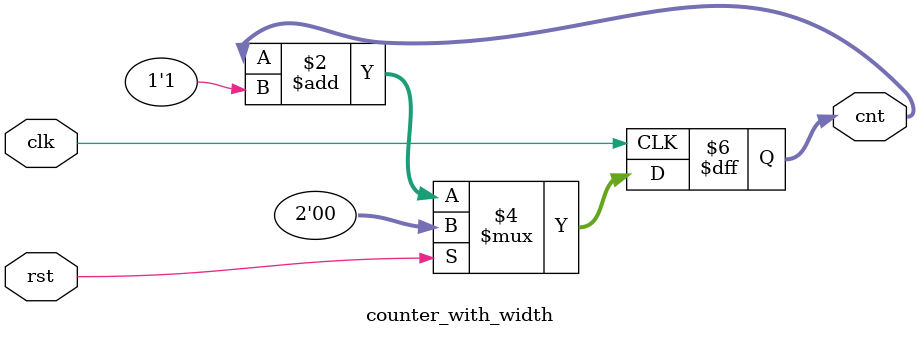
<source format=sv>
module counter_with_width
# (
    parameter width = 0
)
(
    input                      clk,
    input                      rst,
    output logic [width - 1:0] cnt
);

    always_ff @ (posedge clk)
        if (rst)
            cnt <= '0;
        else
            cnt <= cnt + 1'd1;

endmodule

</source>
